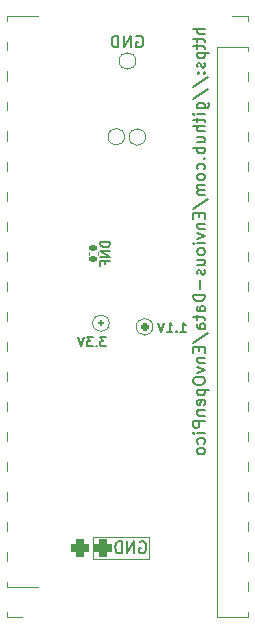
<source format=gbo>
G04 #@! TF.GenerationSoftware,KiCad,Pcbnew,(5.99.0-11630-gc5e195bdff)*
G04 #@! TF.CreationDate,2021-08-23T20:37:24+01:00*
G04 #@! TF.ProjectId,EnvPicoLiPo,456e7650-6963-46f4-9c69-506f2e6b6963,REV1*
G04 #@! TF.SameCoordinates,Original*
G04 #@! TF.FileFunction,Legend,Bot*
G04 #@! TF.FilePolarity,Positive*
%FSLAX46Y46*%
G04 Gerber Fmt 4.6, Leading zero omitted, Abs format (unit mm)*
G04 Created by KiCad (PCBNEW (5.99.0-11630-gc5e195bdff)) date 2021-08-23 20:37:24*
%MOMM*%
%LPD*%
G01*
G04 APERTURE LIST*
G04 Aperture macros list*
%AMRoundRect*
0 Rectangle with rounded corners*
0 $1 Rounding radius*
0 $2 $3 $4 $5 $6 $7 $8 $9 X,Y pos of 4 corners*
0 Add a 4 corners polygon primitive as box body*
4,1,4,$2,$3,$4,$5,$6,$7,$8,$9,$2,$3,0*
0 Add four circle primitives for the rounded corners*
1,1,$1+$1,$2,$3*
1,1,$1+$1,$4,$5*
1,1,$1+$1,$6,$7*
1,1,$1+$1,$8,$9*
0 Add four rect primitives between the rounded corners*
20,1,$1+$1,$2,$3,$4,$5,0*
20,1,$1+$1,$4,$5,$6,$7,0*
20,1,$1+$1,$6,$7,$8,$9,0*
20,1,$1+$1,$8,$9,$2,$3,0*%
G04 Aperture macros list end*
%ADD10C,0.120000*%
%ADD11C,0.150000*%
%ADD12C,0.153000*%
%ADD13C,0.650000*%
%ADD14O,1.000000X2.100000*%
%ADD15O,1.000000X1.600000*%
%ADD16R,1.700000X1.700000*%
%ADD17O,1.700000X1.700000*%
%ADD18RoundRect,0.375000X-0.375000X-0.375000X0.375000X-0.375000X0.375000X0.375000X-0.375000X0.375000X0*%
%ADD19R,3.500000X1.700000*%
%ADD20C,1.700000*%
%ADD21C,1.000000*%
%ADD22RoundRect,0.140000X-0.170000X0.140000X-0.170000X-0.140000X0.170000X-0.140000X0.170000X0.140000X0*%
%ADD23RoundRect,0.162500X-0.162500X-0.162500X0.162500X-0.162500X0.162500X0.162500X-0.162500X0.162500X0*%
%ADD24RoundRect,0.125000X-0.125000X-0.125000X0.125000X-0.125000X0.125000X0.125000X-0.125000X0.125000X0*%
G04 APERTURE END LIST*
D10*
X100690000Y-101525000D02*
X105465000Y-101525000D01*
X105465000Y-101525000D02*
X105465000Y-103350000D01*
X105465000Y-103350000D02*
X100690000Y-103350000D01*
X100690000Y-103350000D02*
X100690000Y-101525000D01*
D11*
X104401904Y-59125000D02*
X104497142Y-59077380D01*
X104640000Y-59077380D01*
X104782857Y-59125000D01*
X104878095Y-59220238D01*
X104925714Y-59315476D01*
X104973333Y-59505952D01*
X104973333Y-59648809D01*
X104925714Y-59839285D01*
X104878095Y-59934523D01*
X104782857Y-60029761D01*
X104640000Y-60077380D01*
X104544761Y-60077380D01*
X104401904Y-60029761D01*
X104354285Y-59982142D01*
X104354285Y-59648809D01*
X104544761Y-59648809D01*
X103925714Y-60077380D02*
X103925714Y-59077380D01*
X103354285Y-60077380D01*
X103354285Y-59077380D01*
X102878095Y-60077380D02*
X102878095Y-59077380D01*
X102640000Y-59077380D01*
X102497142Y-59125000D01*
X102401904Y-59220238D01*
X102354285Y-59315476D01*
X102306666Y-59505952D01*
X102306666Y-59648809D01*
X102354285Y-59839285D01*
X102401904Y-59934523D01*
X102497142Y-60029761D01*
X102640000Y-60077380D01*
X102878095Y-60077380D01*
X110192380Y-58475000D02*
X109192380Y-58475000D01*
X110192380Y-58903571D02*
X109668571Y-58903571D01*
X109573333Y-58855952D01*
X109525714Y-58760714D01*
X109525714Y-58617857D01*
X109573333Y-58522619D01*
X109620952Y-58475000D01*
X109525714Y-59236904D02*
X109525714Y-59617857D01*
X109192380Y-59379761D02*
X110049523Y-59379761D01*
X110144761Y-59427380D01*
X110192380Y-59522619D01*
X110192380Y-59617857D01*
X109525714Y-59808333D02*
X109525714Y-60189285D01*
X109192380Y-59951190D02*
X110049523Y-59951190D01*
X110144761Y-59998809D01*
X110192380Y-60094047D01*
X110192380Y-60189285D01*
X109525714Y-60522619D02*
X110525714Y-60522619D01*
X109573333Y-60522619D02*
X109525714Y-60617857D01*
X109525714Y-60808333D01*
X109573333Y-60903571D01*
X109620952Y-60951190D01*
X109716190Y-60998809D01*
X110001904Y-60998809D01*
X110097142Y-60951190D01*
X110144761Y-60903571D01*
X110192380Y-60808333D01*
X110192380Y-60617857D01*
X110144761Y-60522619D01*
X110144761Y-61379761D02*
X110192380Y-61475000D01*
X110192380Y-61665476D01*
X110144761Y-61760714D01*
X110049523Y-61808333D01*
X110001904Y-61808333D01*
X109906666Y-61760714D01*
X109859047Y-61665476D01*
X109859047Y-61522619D01*
X109811428Y-61427380D01*
X109716190Y-61379761D01*
X109668571Y-61379761D01*
X109573333Y-61427380D01*
X109525714Y-61522619D01*
X109525714Y-61665476D01*
X109573333Y-61760714D01*
X110097142Y-62236904D02*
X110144761Y-62284523D01*
X110192380Y-62236904D01*
X110144761Y-62189285D01*
X110097142Y-62236904D01*
X110192380Y-62236904D01*
X109573333Y-62236904D02*
X109620952Y-62284523D01*
X109668571Y-62236904D01*
X109620952Y-62189285D01*
X109573333Y-62236904D01*
X109668571Y-62236904D01*
X109144761Y-63427380D02*
X110430476Y-62570238D01*
X109144761Y-64475000D02*
X110430476Y-63617857D01*
X109525714Y-65236904D02*
X110335238Y-65236904D01*
X110430476Y-65189285D01*
X110478095Y-65141666D01*
X110525714Y-65046428D01*
X110525714Y-64903571D01*
X110478095Y-64808333D01*
X110144761Y-65236904D02*
X110192380Y-65141666D01*
X110192380Y-64951190D01*
X110144761Y-64855952D01*
X110097142Y-64808333D01*
X110001904Y-64760714D01*
X109716190Y-64760714D01*
X109620952Y-64808333D01*
X109573333Y-64855952D01*
X109525714Y-64951190D01*
X109525714Y-65141666D01*
X109573333Y-65236904D01*
X110192380Y-65713095D02*
X109525714Y-65713095D01*
X109192380Y-65713095D02*
X109240000Y-65665476D01*
X109287619Y-65713095D01*
X109240000Y-65760714D01*
X109192380Y-65713095D01*
X109287619Y-65713095D01*
X109525714Y-66046428D02*
X109525714Y-66427380D01*
X109192380Y-66189285D02*
X110049523Y-66189285D01*
X110144761Y-66236904D01*
X110192380Y-66332142D01*
X110192380Y-66427380D01*
X110192380Y-66760714D02*
X109192380Y-66760714D01*
X110192380Y-67189285D02*
X109668571Y-67189285D01*
X109573333Y-67141666D01*
X109525714Y-67046428D01*
X109525714Y-66903571D01*
X109573333Y-66808333D01*
X109620952Y-66760714D01*
X109525714Y-68094047D02*
X110192380Y-68094047D01*
X109525714Y-67665476D02*
X110049523Y-67665476D01*
X110144761Y-67713095D01*
X110192380Y-67808333D01*
X110192380Y-67951190D01*
X110144761Y-68046428D01*
X110097142Y-68094047D01*
X110192380Y-68570238D02*
X109192380Y-68570238D01*
X109573333Y-68570238D02*
X109525714Y-68665476D01*
X109525714Y-68855952D01*
X109573333Y-68951190D01*
X109620952Y-68998809D01*
X109716190Y-69046428D01*
X110001904Y-69046428D01*
X110097142Y-68998809D01*
X110144761Y-68951190D01*
X110192380Y-68855952D01*
X110192380Y-68665476D01*
X110144761Y-68570238D01*
X110097142Y-69475000D02*
X110144761Y-69522619D01*
X110192380Y-69475000D01*
X110144761Y-69427380D01*
X110097142Y-69475000D01*
X110192380Y-69475000D01*
X110144761Y-70379761D02*
X110192380Y-70284523D01*
X110192380Y-70094047D01*
X110144761Y-69998809D01*
X110097142Y-69951190D01*
X110001904Y-69903571D01*
X109716190Y-69903571D01*
X109620952Y-69951190D01*
X109573333Y-69998809D01*
X109525714Y-70094047D01*
X109525714Y-70284523D01*
X109573333Y-70379761D01*
X110192380Y-70951190D02*
X110144761Y-70855952D01*
X110097142Y-70808333D01*
X110001904Y-70760714D01*
X109716190Y-70760714D01*
X109620952Y-70808333D01*
X109573333Y-70855952D01*
X109525714Y-70951190D01*
X109525714Y-71094047D01*
X109573333Y-71189285D01*
X109620952Y-71236904D01*
X109716190Y-71284523D01*
X110001904Y-71284523D01*
X110097142Y-71236904D01*
X110144761Y-71189285D01*
X110192380Y-71094047D01*
X110192380Y-70951190D01*
X110192380Y-71713095D02*
X109525714Y-71713095D01*
X109620952Y-71713095D02*
X109573333Y-71760714D01*
X109525714Y-71855952D01*
X109525714Y-71998809D01*
X109573333Y-72094047D01*
X109668571Y-72141666D01*
X110192380Y-72141666D01*
X109668571Y-72141666D02*
X109573333Y-72189285D01*
X109525714Y-72284523D01*
X109525714Y-72427380D01*
X109573333Y-72522619D01*
X109668571Y-72570238D01*
X110192380Y-72570238D01*
X109144761Y-73760714D02*
X110430476Y-72903571D01*
X109668571Y-74094047D02*
X109668571Y-74427380D01*
X110192380Y-74570238D02*
X110192380Y-74094047D01*
X109192380Y-74094047D01*
X109192380Y-74570238D01*
X109525714Y-74998809D02*
X110192380Y-74998809D01*
X109620952Y-74998809D02*
X109573333Y-75046428D01*
X109525714Y-75141666D01*
X109525714Y-75284523D01*
X109573333Y-75379761D01*
X109668571Y-75427380D01*
X110192380Y-75427380D01*
X109525714Y-75808333D02*
X110192380Y-76046428D01*
X109525714Y-76284523D01*
X110192380Y-76665476D02*
X109525714Y-76665476D01*
X109192380Y-76665476D02*
X109240000Y-76617857D01*
X109287619Y-76665476D01*
X109240000Y-76713095D01*
X109192380Y-76665476D01*
X109287619Y-76665476D01*
X110192380Y-77284523D02*
X110144761Y-77189285D01*
X110097142Y-77141666D01*
X110001904Y-77094047D01*
X109716190Y-77094047D01*
X109620952Y-77141666D01*
X109573333Y-77189285D01*
X109525714Y-77284523D01*
X109525714Y-77427380D01*
X109573333Y-77522619D01*
X109620952Y-77570238D01*
X109716190Y-77617857D01*
X110001904Y-77617857D01*
X110097142Y-77570238D01*
X110144761Y-77522619D01*
X110192380Y-77427380D01*
X110192380Y-77284523D01*
X109525714Y-78475000D02*
X110192380Y-78475000D01*
X109525714Y-78046428D02*
X110049523Y-78046428D01*
X110144761Y-78094047D01*
X110192380Y-78189285D01*
X110192380Y-78332142D01*
X110144761Y-78427380D01*
X110097142Y-78475000D01*
X110144761Y-78903571D02*
X110192380Y-78998809D01*
X110192380Y-79189285D01*
X110144761Y-79284523D01*
X110049523Y-79332142D01*
X110001904Y-79332142D01*
X109906666Y-79284523D01*
X109859047Y-79189285D01*
X109859047Y-79046428D01*
X109811428Y-78951190D01*
X109716190Y-78903571D01*
X109668571Y-78903571D01*
X109573333Y-78951190D01*
X109525714Y-79046428D01*
X109525714Y-79189285D01*
X109573333Y-79284523D01*
X109811428Y-79760714D02*
X109811428Y-80522619D01*
X110192380Y-80998809D02*
X109192380Y-80998809D01*
X109192380Y-81236904D01*
X109240000Y-81379761D01*
X109335238Y-81475000D01*
X109430476Y-81522619D01*
X109620952Y-81570238D01*
X109763809Y-81570238D01*
X109954285Y-81522619D01*
X110049523Y-81475000D01*
X110144761Y-81379761D01*
X110192380Y-81236904D01*
X110192380Y-80998809D01*
X110192380Y-82427380D02*
X109668571Y-82427380D01*
X109573333Y-82379761D01*
X109525714Y-82284523D01*
X109525714Y-82094047D01*
X109573333Y-81998809D01*
X110144761Y-82427380D02*
X110192380Y-82332142D01*
X110192380Y-82094047D01*
X110144761Y-81998809D01*
X110049523Y-81951190D01*
X109954285Y-81951190D01*
X109859047Y-81998809D01*
X109811428Y-82094047D01*
X109811428Y-82332142D01*
X109763809Y-82427380D01*
X109525714Y-82760714D02*
X109525714Y-83141666D01*
X109192380Y-82903571D02*
X110049523Y-82903571D01*
X110144761Y-82951190D01*
X110192380Y-83046428D01*
X110192380Y-83141666D01*
X110192380Y-83903571D02*
X109668571Y-83903571D01*
X109573333Y-83855952D01*
X109525714Y-83760714D01*
X109525714Y-83570238D01*
X109573333Y-83475000D01*
X110144761Y-83903571D02*
X110192380Y-83808333D01*
X110192380Y-83570238D01*
X110144761Y-83475000D01*
X110049523Y-83427380D01*
X109954285Y-83427380D01*
X109859047Y-83475000D01*
X109811428Y-83570238D01*
X109811428Y-83808333D01*
X109763809Y-83903571D01*
X109144761Y-85094047D02*
X110430476Y-84236904D01*
X109668571Y-85427380D02*
X109668571Y-85760714D01*
X110192380Y-85903571D02*
X110192380Y-85427380D01*
X109192380Y-85427380D01*
X109192380Y-85903571D01*
X109525714Y-86332142D02*
X110192380Y-86332142D01*
X109620952Y-86332142D02*
X109573333Y-86379761D01*
X109525714Y-86475000D01*
X109525714Y-86617857D01*
X109573333Y-86713095D01*
X109668571Y-86760714D01*
X110192380Y-86760714D01*
X109525714Y-87141666D02*
X110192380Y-87379761D01*
X109525714Y-87617857D01*
X109192380Y-88189285D02*
X109192380Y-88379761D01*
X109240000Y-88475000D01*
X109335238Y-88570238D01*
X109525714Y-88617857D01*
X109859047Y-88617857D01*
X110049523Y-88570238D01*
X110144761Y-88475000D01*
X110192380Y-88379761D01*
X110192380Y-88189285D01*
X110144761Y-88094047D01*
X110049523Y-87998809D01*
X109859047Y-87951190D01*
X109525714Y-87951190D01*
X109335238Y-87998809D01*
X109240000Y-88094047D01*
X109192380Y-88189285D01*
X109525714Y-89046428D02*
X110525714Y-89046428D01*
X109573333Y-89046428D02*
X109525714Y-89141666D01*
X109525714Y-89332142D01*
X109573333Y-89427380D01*
X109620952Y-89475000D01*
X109716190Y-89522619D01*
X110001904Y-89522619D01*
X110097142Y-89475000D01*
X110144761Y-89427380D01*
X110192380Y-89332142D01*
X110192380Y-89141666D01*
X110144761Y-89046428D01*
X110144761Y-90332142D02*
X110192380Y-90236904D01*
X110192380Y-90046428D01*
X110144761Y-89951190D01*
X110049523Y-89903571D01*
X109668571Y-89903571D01*
X109573333Y-89951190D01*
X109525714Y-90046428D01*
X109525714Y-90236904D01*
X109573333Y-90332142D01*
X109668571Y-90379761D01*
X109763809Y-90379761D01*
X109859047Y-89903571D01*
X109525714Y-90808333D02*
X110192380Y-90808333D01*
X109620952Y-90808333D02*
X109573333Y-90855952D01*
X109525714Y-90951190D01*
X109525714Y-91094047D01*
X109573333Y-91189285D01*
X109668571Y-91236904D01*
X110192380Y-91236904D01*
X110192380Y-91713095D02*
X109192380Y-91713095D01*
X109192380Y-92094047D01*
X109240000Y-92189285D01*
X109287619Y-92236904D01*
X109382857Y-92284523D01*
X109525714Y-92284523D01*
X109620952Y-92236904D01*
X109668571Y-92189285D01*
X109716190Y-92094047D01*
X109716190Y-91713095D01*
X110192380Y-92713095D02*
X109525714Y-92713095D01*
X109192380Y-92713095D02*
X109240000Y-92665476D01*
X109287619Y-92713095D01*
X109240000Y-92760714D01*
X109192380Y-92713095D01*
X109287619Y-92713095D01*
X110144761Y-93617857D02*
X110192380Y-93522619D01*
X110192380Y-93332142D01*
X110144761Y-93236904D01*
X110097142Y-93189285D01*
X110001904Y-93141666D01*
X109716190Y-93141666D01*
X109620952Y-93189285D01*
X109573333Y-93236904D01*
X109525714Y-93332142D01*
X109525714Y-93522619D01*
X109573333Y-93617857D01*
X110192380Y-94189285D02*
X110144761Y-94094047D01*
X110097142Y-94046428D01*
X110001904Y-93998809D01*
X109716190Y-93998809D01*
X109620952Y-94046428D01*
X109573333Y-94094047D01*
X109525714Y-94189285D01*
X109525714Y-94332142D01*
X109573333Y-94427380D01*
X109620952Y-94475000D01*
X109716190Y-94522619D01*
X110001904Y-94522619D01*
X110097142Y-94475000D01*
X110144761Y-94427380D01*
X110192380Y-94332142D01*
X110192380Y-94189285D01*
X108125714Y-84186904D02*
X108582857Y-84186904D01*
X108354285Y-84186904D02*
X108354285Y-83386904D01*
X108430476Y-83501190D01*
X108506666Y-83577380D01*
X108582857Y-83615476D01*
X107782857Y-84110714D02*
X107744761Y-84148809D01*
X107782857Y-84186904D01*
X107820952Y-84148809D01*
X107782857Y-84110714D01*
X107782857Y-84186904D01*
X106982857Y-84186904D02*
X107440000Y-84186904D01*
X107211428Y-84186904D02*
X107211428Y-83386904D01*
X107287619Y-83501190D01*
X107363809Y-83577380D01*
X107440000Y-83615476D01*
X106754285Y-83386904D02*
X106487619Y-84186904D01*
X106220952Y-83386904D01*
X104676904Y-101950000D02*
X104772142Y-101902380D01*
X104915000Y-101902380D01*
X105057857Y-101950000D01*
X105153095Y-102045238D01*
X105200714Y-102140476D01*
X105248333Y-102330952D01*
X105248333Y-102473809D01*
X105200714Y-102664285D01*
X105153095Y-102759523D01*
X105057857Y-102854761D01*
X104915000Y-102902380D01*
X104819761Y-102902380D01*
X104676904Y-102854761D01*
X104629285Y-102807142D01*
X104629285Y-102473809D01*
X104819761Y-102473809D01*
X104200714Y-102902380D02*
X104200714Y-101902380D01*
X103629285Y-102902380D01*
X103629285Y-101902380D01*
X103153095Y-102902380D02*
X103153095Y-101902380D01*
X102915000Y-101902380D01*
X102772142Y-101950000D01*
X102676904Y-102045238D01*
X102629285Y-102140476D01*
X102581666Y-102330952D01*
X102581666Y-102473809D01*
X102629285Y-102664285D01*
X102676904Y-102759523D01*
X102772142Y-102854761D01*
X102915000Y-102902380D01*
X103153095Y-102902380D01*
D12*
X102147704Y-76540171D02*
X101347704Y-76540171D01*
X101347704Y-76730647D01*
X101385800Y-76844933D01*
X101461990Y-76921123D01*
X101538180Y-76959219D01*
X101690561Y-76997314D01*
X101804847Y-76997314D01*
X101957228Y-76959219D01*
X102033419Y-76921123D01*
X102109609Y-76844933D01*
X102147704Y-76730647D01*
X102147704Y-76540171D01*
X102147704Y-77340171D02*
X101347704Y-77340171D01*
X102147704Y-77797314D01*
X101347704Y-77797314D01*
X101728657Y-78444933D02*
X101728657Y-78178266D01*
X102147704Y-78178266D02*
X101347704Y-78178266D01*
X101347704Y-78559219D01*
D11*
X101820952Y-84586904D02*
X101325714Y-84586904D01*
X101592380Y-84891666D01*
X101478095Y-84891666D01*
X101401904Y-84929761D01*
X101363809Y-84967857D01*
X101325714Y-85044047D01*
X101325714Y-85234523D01*
X101363809Y-85310714D01*
X101401904Y-85348809D01*
X101478095Y-85386904D01*
X101706666Y-85386904D01*
X101782857Y-85348809D01*
X101820952Y-85310714D01*
X100982857Y-85310714D02*
X100944761Y-85348809D01*
X100982857Y-85386904D01*
X101020952Y-85348809D01*
X100982857Y-85310714D01*
X100982857Y-85386904D01*
X100678095Y-84586904D02*
X100182857Y-84586904D01*
X100449523Y-84891666D01*
X100335238Y-84891666D01*
X100259047Y-84929761D01*
X100220952Y-84967857D01*
X100182857Y-85044047D01*
X100182857Y-85234523D01*
X100220952Y-85310714D01*
X100259047Y-85348809D01*
X100335238Y-85386904D01*
X100563809Y-85386904D01*
X100640000Y-85348809D01*
X100678095Y-85310714D01*
X99954285Y-84586904D02*
X99687619Y-85386904D01*
X99420952Y-84586904D01*
D10*
X113860000Y-108315000D02*
X111200000Y-108315000D01*
X111200000Y-59995000D02*
X111200000Y-108315000D01*
X113860000Y-59995000D02*
X113860000Y-108315000D01*
X113860000Y-59995000D02*
X111200000Y-59995000D01*
X113860000Y-57395000D02*
X112530000Y-57395000D01*
X113860000Y-58725000D02*
X113860000Y-57395000D01*
X93420000Y-106985000D02*
X93420000Y-108315000D01*
X93420000Y-105715000D02*
X93420000Y-57395000D01*
X93420000Y-57395000D02*
X96080000Y-57395000D01*
X93420000Y-105715000D02*
X93420000Y-57395000D01*
X93420000Y-108315000D02*
X94750000Y-108315000D01*
X93420000Y-105715000D02*
X96080000Y-105715000D01*
X103391800Y-67639000D02*
G75*
G03*
X103391800Y-67639000I-700000J0D01*
G01*
X105169800Y-67664400D02*
G75*
G03*
X105169800Y-67664400I-700000J0D01*
G01*
X104340000Y-61225000D02*
G75*
G03*
X104340000Y-61225000I-700000J0D01*
G01*
X101104400Y-77413164D02*
X101104400Y-77628836D01*
X100384400Y-77413164D02*
X100384400Y-77628836D01*
X105790000Y-83725000D02*
G75*
G03*
X105790000Y-83725000I-700000J0D01*
G01*
X102090000Y-83425000D02*
G75*
G03*
X102090000Y-83425000I-700000J0D01*
G01*
%LPC*%
D13*
X100710000Y-63175000D03*
X106490000Y-63175000D03*
D14*
X107920000Y-63705000D03*
D15*
X107920000Y-59525000D03*
D14*
X99280000Y-63705000D03*
D15*
X99280000Y-59525000D03*
D16*
X108740000Y-101675000D03*
D17*
X108740000Y-104215000D03*
X108740000Y-106755000D03*
D18*
X99590000Y-102425000D03*
X101590000Y-102425000D03*
D19*
X114250000Y-58725000D03*
D16*
X112550000Y-58725000D03*
D17*
X112550000Y-61265000D03*
D19*
X114250000Y-61265000D03*
X114250000Y-63805000D03*
D16*
X112550000Y-63805000D03*
D19*
X114250000Y-66345000D03*
D17*
X112550000Y-66345000D03*
D19*
X114250000Y-68885000D03*
D17*
X112550000Y-68885000D03*
D19*
X114250000Y-71425000D03*
D17*
X112550000Y-71425000D03*
D19*
X114250000Y-73965000D03*
D17*
X112550000Y-73965000D03*
D19*
X114250000Y-76505000D03*
D16*
X112550000Y-76505000D03*
D17*
X112550000Y-79045000D03*
D19*
X114250000Y-79045000D03*
D17*
X112550000Y-81585000D03*
D19*
X114250000Y-81585000D03*
D17*
X112550000Y-84125000D03*
D19*
X114250000Y-84125000D03*
X114250000Y-86665000D03*
D17*
X112550000Y-86665000D03*
D16*
X112550000Y-89205000D03*
D19*
X114250000Y-89205000D03*
X114250000Y-91745000D03*
D17*
X112550000Y-91745000D03*
X112550000Y-94285000D03*
D19*
X114250000Y-94285000D03*
X114250000Y-96825000D03*
D17*
X112550000Y-96825000D03*
X112550000Y-99365000D03*
D19*
X114250000Y-99365000D03*
D16*
X112550000Y-101905000D03*
D19*
X114250000Y-101905000D03*
D17*
X112550000Y-104445000D03*
D19*
X114250000Y-104445000D03*
X114250000Y-106985000D03*
D17*
X112550000Y-106985000D03*
D20*
X94750000Y-106985000D03*
D19*
X93050000Y-106985000D03*
D17*
X94750000Y-104445000D03*
D19*
X93050000Y-104445000D03*
X93050000Y-101905000D03*
D16*
X94750000Y-101905000D03*
D17*
X94750000Y-99365000D03*
D19*
X93050000Y-99365000D03*
X93050000Y-96825000D03*
D17*
X94750000Y-96825000D03*
X94750000Y-94285000D03*
D19*
X93050000Y-94285000D03*
X93040000Y-91745000D03*
D17*
X94750000Y-91745000D03*
D16*
X94750000Y-89205000D03*
D19*
X93050000Y-89205000D03*
X93050000Y-86665000D03*
D17*
X94750000Y-86665000D03*
D19*
X93050000Y-84125000D03*
D17*
X94750000Y-84125000D03*
X94750000Y-81585000D03*
D19*
X93050000Y-81585000D03*
X93060000Y-79045000D03*
D17*
X94750000Y-79045000D03*
D19*
X93050000Y-76505000D03*
D16*
X94750000Y-76505000D03*
D19*
X93050000Y-73965000D03*
D17*
X94750000Y-73965000D03*
D19*
X93050000Y-71425000D03*
D17*
X94750000Y-71425000D03*
X94750000Y-68885000D03*
D19*
X93050000Y-68885000D03*
D17*
X94750000Y-66345000D03*
D19*
X93050000Y-66335000D03*
X93050000Y-63805000D03*
D16*
X94750000Y-63805000D03*
D19*
X93050000Y-61255000D03*
D17*
X94750000Y-61265000D03*
X94750000Y-58725000D03*
D19*
X93050000Y-58725000D03*
D21*
X102691800Y-67639000D03*
X104469800Y-67664400D03*
X103640000Y-61225000D03*
D22*
X100744400Y-77041000D03*
X100744400Y-78001000D03*
D23*
X105090000Y-83725000D03*
D24*
X101390000Y-83425000D03*
M02*

</source>
